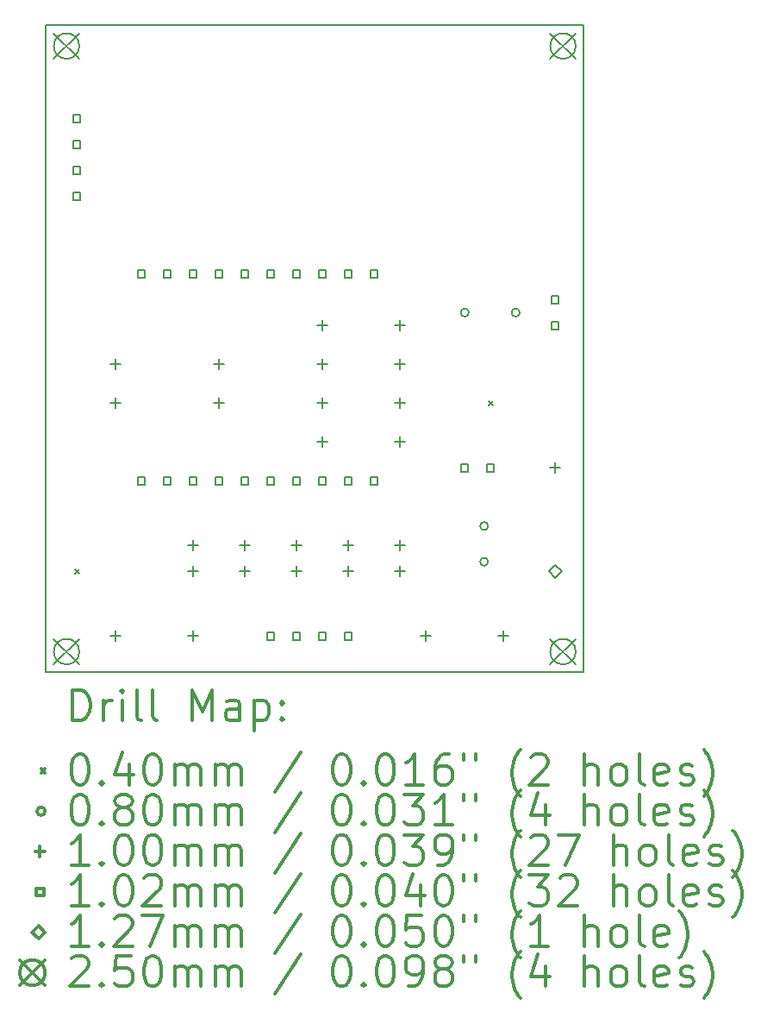
<source format=gbr>
%FSLAX45Y45*%
G04 Gerber Fmt 4.5, Leading zero omitted, Abs format (unit mm)*
G04 Created by KiCad (PCBNEW 4.0.5+dfsg1-4) date Wed Jul 15 16:21:23 2020*
%MOMM*%
%LPD*%
G01*
G04 APERTURE LIST*
%ADD10C,0.127000*%
%ADD11C,0.150000*%
%ADD12C,0.200000*%
%ADD13C,0.300000*%
G04 APERTURE END LIST*
D10*
D11*
X12395200Y-6705600D02*
X12395200Y-13055600D01*
X17678400Y-6705600D02*
X12395200Y-6705600D01*
X17678400Y-13055600D02*
X17678400Y-6705600D01*
X12395200Y-13055600D02*
X17678400Y-13055600D01*
D12*
X12680000Y-12045000D02*
X12720000Y-12085000D01*
X12720000Y-12045000D02*
X12680000Y-12085000D01*
X16744000Y-10394000D02*
X16784000Y-10434000D01*
X16784000Y-10394000D02*
X16744000Y-10434000D01*
X16550000Y-9525000D02*
G75*
G03X16550000Y-9525000I-40000J0D01*
G01*
X16740500Y-11620500D02*
G75*
G03X16740500Y-11620500I-40000J0D01*
G01*
X16740500Y-11970500D02*
G75*
G03X16740500Y-11970500I-40000J0D01*
G01*
X17050000Y-9525000D02*
G75*
G03X17050000Y-9525000I-40000J0D01*
G01*
X13081000Y-9982962D02*
X13081000Y-10083038D01*
X13030962Y-10033000D02*
X13131038Y-10033000D01*
X13081000Y-10363962D02*
X13081000Y-10464038D01*
X13030962Y-10414000D02*
X13131038Y-10414000D01*
X13081000Y-12649962D02*
X13081000Y-12750038D01*
X13030962Y-12700000D02*
X13131038Y-12700000D01*
X13843000Y-11760962D02*
X13843000Y-11861038D01*
X13792962Y-11811000D02*
X13893038Y-11811000D01*
X13843000Y-12014962D02*
X13843000Y-12115038D01*
X13792962Y-12065000D02*
X13893038Y-12065000D01*
X13843000Y-12649962D02*
X13843000Y-12750038D01*
X13792962Y-12700000D02*
X13893038Y-12700000D01*
X14097000Y-9982962D02*
X14097000Y-10083038D01*
X14046962Y-10033000D02*
X14147038Y-10033000D01*
X14097000Y-10363962D02*
X14097000Y-10464038D01*
X14046962Y-10414000D02*
X14147038Y-10414000D01*
X14351000Y-11760962D02*
X14351000Y-11861038D01*
X14300962Y-11811000D02*
X14401038Y-11811000D01*
X14351000Y-12014962D02*
X14351000Y-12115038D01*
X14300962Y-12065000D02*
X14401038Y-12065000D01*
X14859000Y-11760962D02*
X14859000Y-11861038D01*
X14808962Y-11811000D02*
X14909038Y-11811000D01*
X14859000Y-12014962D02*
X14859000Y-12115038D01*
X14808962Y-12065000D02*
X14909038Y-12065000D01*
X15113000Y-9601962D02*
X15113000Y-9702038D01*
X15062962Y-9652000D02*
X15163038Y-9652000D01*
X15113000Y-9982962D02*
X15113000Y-10083038D01*
X15062962Y-10033000D02*
X15163038Y-10033000D01*
X15113000Y-10363962D02*
X15113000Y-10464038D01*
X15062962Y-10414000D02*
X15163038Y-10414000D01*
X15113000Y-10744962D02*
X15113000Y-10845038D01*
X15062962Y-10795000D02*
X15163038Y-10795000D01*
X15367000Y-11760962D02*
X15367000Y-11861038D01*
X15316962Y-11811000D02*
X15417038Y-11811000D01*
X15367000Y-12014962D02*
X15367000Y-12115038D01*
X15316962Y-12065000D02*
X15417038Y-12065000D01*
X15875000Y-9601962D02*
X15875000Y-9702038D01*
X15824962Y-9652000D02*
X15925038Y-9652000D01*
X15875000Y-9982962D02*
X15875000Y-10083038D01*
X15824962Y-10033000D02*
X15925038Y-10033000D01*
X15875000Y-10363962D02*
X15875000Y-10464038D01*
X15824962Y-10414000D02*
X15925038Y-10414000D01*
X15875000Y-10744962D02*
X15875000Y-10845038D01*
X15824962Y-10795000D02*
X15925038Y-10795000D01*
X15875000Y-11760962D02*
X15875000Y-11861038D01*
X15824962Y-11811000D02*
X15925038Y-11811000D01*
X15875000Y-12014962D02*
X15875000Y-12115038D01*
X15824962Y-12065000D02*
X15925038Y-12065000D01*
X16129000Y-12649962D02*
X16129000Y-12750038D01*
X16078962Y-12700000D02*
X16179038Y-12700000D01*
X16891000Y-12649962D02*
X16891000Y-12750038D01*
X16840962Y-12700000D02*
X16941038Y-12700000D01*
X17399254Y-10998962D02*
X17399254Y-11099038D01*
X17349216Y-11049000D02*
X17449292Y-11049000D01*
X12735921Y-7655921D02*
X12735921Y-7584079D01*
X12664079Y-7584079D01*
X12664079Y-7655921D01*
X12735921Y-7655921D01*
X12735921Y-7909921D02*
X12735921Y-7838079D01*
X12664079Y-7838079D01*
X12664079Y-7909921D01*
X12735921Y-7909921D01*
X12735921Y-8163921D02*
X12735921Y-8092079D01*
X12664079Y-8092079D01*
X12664079Y-8163921D01*
X12735921Y-8163921D01*
X12735921Y-8417921D02*
X12735921Y-8346079D01*
X12664079Y-8346079D01*
X12664079Y-8417921D01*
X12735921Y-8417921D01*
X13370921Y-9179921D02*
X13370921Y-9108079D01*
X13299079Y-9108079D01*
X13299079Y-9179921D01*
X13370921Y-9179921D01*
X13370921Y-11211921D02*
X13370921Y-11140079D01*
X13299079Y-11140079D01*
X13299079Y-11211921D01*
X13370921Y-11211921D01*
X13624921Y-9179921D02*
X13624921Y-9108079D01*
X13553079Y-9108079D01*
X13553079Y-9179921D01*
X13624921Y-9179921D01*
X13624921Y-11211921D02*
X13624921Y-11140079D01*
X13553079Y-11140079D01*
X13553079Y-11211921D01*
X13624921Y-11211921D01*
X13878921Y-9179921D02*
X13878921Y-9108079D01*
X13807079Y-9108079D01*
X13807079Y-9179921D01*
X13878921Y-9179921D01*
X13878921Y-11211921D02*
X13878921Y-11140079D01*
X13807079Y-11140079D01*
X13807079Y-11211921D01*
X13878921Y-11211921D01*
X14132921Y-9179921D02*
X14132921Y-9108079D01*
X14061079Y-9108079D01*
X14061079Y-9179921D01*
X14132921Y-9179921D01*
X14132921Y-11211921D02*
X14132921Y-11140079D01*
X14061079Y-11140079D01*
X14061079Y-11211921D01*
X14132921Y-11211921D01*
X14386921Y-9179921D02*
X14386921Y-9108079D01*
X14315079Y-9108079D01*
X14315079Y-9179921D01*
X14386921Y-9179921D01*
X14386921Y-11211921D02*
X14386921Y-11140079D01*
X14315079Y-11140079D01*
X14315079Y-11211921D01*
X14386921Y-11211921D01*
X14640921Y-9179921D02*
X14640921Y-9108079D01*
X14569079Y-9108079D01*
X14569079Y-9179921D01*
X14640921Y-9179921D01*
X14640921Y-11211921D02*
X14640921Y-11140079D01*
X14569079Y-11140079D01*
X14569079Y-11211921D01*
X14640921Y-11211921D01*
X14640921Y-12735921D02*
X14640921Y-12664079D01*
X14569079Y-12664079D01*
X14569079Y-12735921D01*
X14640921Y-12735921D01*
X14894921Y-9179921D02*
X14894921Y-9108079D01*
X14823079Y-9108079D01*
X14823079Y-9179921D01*
X14894921Y-9179921D01*
X14894921Y-11211921D02*
X14894921Y-11140079D01*
X14823079Y-11140079D01*
X14823079Y-11211921D01*
X14894921Y-11211921D01*
X14894921Y-12735921D02*
X14894921Y-12664079D01*
X14823079Y-12664079D01*
X14823079Y-12735921D01*
X14894921Y-12735921D01*
X15148921Y-9179921D02*
X15148921Y-9108079D01*
X15077079Y-9108079D01*
X15077079Y-9179921D01*
X15148921Y-9179921D01*
X15148921Y-11211921D02*
X15148921Y-11140079D01*
X15077079Y-11140079D01*
X15077079Y-11211921D01*
X15148921Y-11211921D01*
X15148921Y-12735921D02*
X15148921Y-12664079D01*
X15077079Y-12664079D01*
X15077079Y-12735921D01*
X15148921Y-12735921D01*
X15402921Y-9179921D02*
X15402921Y-9108079D01*
X15331079Y-9108079D01*
X15331079Y-9179921D01*
X15402921Y-9179921D01*
X15402921Y-11211921D02*
X15402921Y-11140079D01*
X15331079Y-11140079D01*
X15331079Y-11211921D01*
X15402921Y-11211921D01*
X15402921Y-12735921D02*
X15402921Y-12664079D01*
X15331079Y-12664079D01*
X15331079Y-12735921D01*
X15402921Y-12735921D01*
X15656921Y-9179921D02*
X15656921Y-9108079D01*
X15585079Y-9108079D01*
X15585079Y-9179921D01*
X15656921Y-9179921D01*
X15656921Y-11211921D02*
X15656921Y-11140079D01*
X15585079Y-11140079D01*
X15585079Y-11211921D01*
X15656921Y-11211921D01*
X16545921Y-11084921D02*
X16545921Y-11013079D01*
X16474079Y-11013079D01*
X16474079Y-11084921D01*
X16545921Y-11084921D01*
X16799921Y-11084921D02*
X16799921Y-11013079D01*
X16728079Y-11013079D01*
X16728079Y-11084921D01*
X16799921Y-11084921D01*
X17434921Y-9433921D02*
X17434921Y-9362079D01*
X17363079Y-9362079D01*
X17363079Y-9433921D01*
X17434921Y-9433921D01*
X17434921Y-9687921D02*
X17434921Y-9616079D01*
X17363079Y-9616079D01*
X17363079Y-9687921D01*
X17434921Y-9687921D01*
X17399254Y-12128500D02*
X17462754Y-12065000D01*
X17399254Y-12001500D01*
X17335754Y-12065000D01*
X17399254Y-12128500D01*
X12473400Y-6783800D02*
X12723400Y-7033800D01*
X12723400Y-6783800D02*
X12473400Y-7033800D01*
X12723400Y-6908800D02*
G75*
G03X12723400Y-6908800I-125000J0D01*
G01*
X12473400Y-12727400D02*
X12723400Y-12977400D01*
X12723400Y-12727400D02*
X12473400Y-12977400D01*
X12723400Y-12852400D02*
G75*
G03X12723400Y-12852400I-125000J0D01*
G01*
X17350200Y-6783800D02*
X17600200Y-7033800D01*
X17600200Y-6783800D02*
X17350200Y-7033800D01*
X17600200Y-6908800D02*
G75*
G03X17600200Y-6908800I-125000J0D01*
G01*
X17350200Y-12727400D02*
X17600200Y-12977400D01*
X17600200Y-12727400D02*
X17350200Y-12977400D01*
X17600200Y-12852400D02*
G75*
G03X17600200Y-12852400I-125000J0D01*
G01*
D13*
X12659128Y-13528814D02*
X12659128Y-13228814D01*
X12730557Y-13228814D01*
X12773414Y-13243100D01*
X12801986Y-13271671D01*
X12816271Y-13300243D01*
X12830557Y-13357386D01*
X12830557Y-13400243D01*
X12816271Y-13457386D01*
X12801986Y-13485957D01*
X12773414Y-13514529D01*
X12730557Y-13528814D01*
X12659128Y-13528814D01*
X12959128Y-13528814D02*
X12959128Y-13328814D01*
X12959128Y-13385957D02*
X12973414Y-13357386D01*
X12987700Y-13343100D01*
X13016271Y-13328814D01*
X13044843Y-13328814D01*
X13144843Y-13528814D02*
X13144843Y-13328814D01*
X13144843Y-13228814D02*
X13130557Y-13243100D01*
X13144843Y-13257386D01*
X13159128Y-13243100D01*
X13144843Y-13228814D01*
X13144843Y-13257386D01*
X13330557Y-13528814D02*
X13301986Y-13514529D01*
X13287700Y-13485957D01*
X13287700Y-13228814D01*
X13487700Y-13528814D02*
X13459128Y-13514529D01*
X13444843Y-13485957D01*
X13444843Y-13228814D01*
X13830557Y-13528814D02*
X13830557Y-13228814D01*
X13930557Y-13443100D01*
X14030557Y-13228814D01*
X14030557Y-13528814D01*
X14301986Y-13528814D02*
X14301986Y-13371671D01*
X14287700Y-13343100D01*
X14259128Y-13328814D01*
X14201986Y-13328814D01*
X14173414Y-13343100D01*
X14301986Y-13514529D02*
X14273414Y-13528814D01*
X14201986Y-13528814D01*
X14173414Y-13514529D01*
X14159128Y-13485957D01*
X14159128Y-13457386D01*
X14173414Y-13428814D01*
X14201986Y-13414529D01*
X14273414Y-13414529D01*
X14301986Y-13400243D01*
X14444843Y-13328814D02*
X14444843Y-13628814D01*
X14444843Y-13343100D02*
X14473414Y-13328814D01*
X14530557Y-13328814D01*
X14559128Y-13343100D01*
X14573414Y-13357386D01*
X14587700Y-13385957D01*
X14587700Y-13471671D01*
X14573414Y-13500243D01*
X14559128Y-13514529D01*
X14530557Y-13528814D01*
X14473414Y-13528814D01*
X14444843Y-13514529D01*
X14716271Y-13500243D02*
X14730557Y-13514529D01*
X14716271Y-13528814D01*
X14701986Y-13514529D01*
X14716271Y-13500243D01*
X14716271Y-13528814D01*
X14716271Y-13343100D02*
X14730557Y-13357386D01*
X14716271Y-13371671D01*
X14701986Y-13357386D01*
X14716271Y-13343100D01*
X14716271Y-13371671D01*
X12347700Y-14003100D02*
X12387700Y-14043100D01*
X12387700Y-14003100D02*
X12347700Y-14043100D01*
X12716271Y-13858814D02*
X12744843Y-13858814D01*
X12773414Y-13873100D01*
X12787700Y-13887386D01*
X12801986Y-13915957D01*
X12816271Y-13973100D01*
X12816271Y-14044529D01*
X12801986Y-14101671D01*
X12787700Y-14130243D01*
X12773414Y-14144529D01*
X12744843Y-14158814D01*
X12716271Y-14158814D01*
X12687700Y-14144529D01*
X12673414Y-14130243D01*
X12659128Y-14101671D01*
X12644843Y-14044529D01*
X12644843Y-13973100D01*
X12659128Y-13915957D01*
X12673414Y-13887386D01*
X12687700Y-13873100D01*
X12716271Y-13858814D01*
X12944843Y-14130243D02*
X12959128Y-14144529D01*
X12944843Y-14158814D01*
X12930557Y-14144529D01*
X12944843Y-14130243D01*
X12944843Y-14158814D01*
X13216271Y-13958814D02*
X13216271Y-14158814D01*
X13144843Y-13844529D02*
X13073414Y-14058814D01*
X13259128Y-14058814D01*
X13430557Y-13858814D02*
X13459128Y-13858814D01*
X13487700Y-13873100D01*
X13501986Y-13887386D01*
X13516271Y-13915957D01*
X13530557Y-13973100D01*
X13530557Y-14044529D01*
X13516271Y-14101671D01*
X13501986Y-14130243D01*
X13487700Y-14144529D01*
X13459128Y-14158814D01*
X13430557Y-14158814D01*
X13401986Y-14144529D01*
X13387700Y-14130243D01*
X13373414Y-14101671D01*
X13359128Y-14044529D01*
X13359128Y-13973100D01*
X13373414Y-13915957D01*
X13387700Y-13887386D01*
X13401986Y-13873100D01*
X13430557Y-13858814D01*
X13659128Y-14158814D02*
X13659128Y-13958814D01*
X13659128Y-13987386D02*
X13673414Y-13973100D01*
X13701986Y-13958814D01*
X13744843Y-13958814D01*
X13773414Y-13973100D01*
X13787700Y-14001671D01*
X13787700Y-14158814D01*
X13787700Y-14001671D02*
X13801986Y-13973100D01*
X13830557Y-13958814D01*
X13873414Y-13958814D01*
X13901986Y-13973100D01*
X13916271Y-14001671D01*
X13916271Y-14158814D01*
X14059128Y-14158814D02*
X14059128Y-13958814D01*
X14059128Y-13987386D02*
X14073414Y-13973100D01*
X14101986Y-13958814D01*
X14144843Y-13958814D01*
X14173414Y-13973100D01*
X14187700Y-14001671D01*
X14187700Y-14158814D01*
X14187700Y-14001671D02*
X14201986Y-13973100D01*
X14230557Y-13958814D01*
X14273414Y-13958814D01*
X14301986Y-13973100D01*
X14316271Y-14001671D01*
X14316271Y-14158814D01*
X14901986Y-13844529D02*
X14644843Y-14230243D01*
X15287700Y-13858814D02*
X15316271Y-13858814D01*
X15344843Y-13873100D01*
X15359128Y-13887386D01*
X15373414Y-13915957D01*
X15387700Y-13973100D01*
X15387700Y-14044529D01*
X15373414Y-14101671D01*
X15359128Y-14130243D01*
X15344843Y-14144529D01*
X15316271Y-14158814D01*
X15287700Y-14158814D01*
X15259128Y-14144529D01*
X15244843Y-14130243D01*
X15230557Y-14101671D01*
X15216271Y-14044529D01*
X15216271Y-13973100D01*
X15230557Y-13915957D01*
X15244843Y-13887386D01*
X15259128Y-13873100D01*
X15287700Y-13858814D01*
X15516271Y-14130243D02*
X15530557Y-14144529D01*
X15516271Y-14158814D01*
X15501986Y-14144529D01*
X15516271Y-14130243D01*
X15516271Y-14158814D01*
X15716271Y-13858814D02*
X15744843Y-13858814D01*
X15773414Y-13873100D01*
X15787700Y-13887386D01*
X15801985Y-13915957D01*
X15816271Y-13973100D01*
X15816271Y-14044529D01*
X15801985Y-14101671D01*
X15787700Y-14130243D01*
X15773414Y-14144529D01*
X15744843Y-14158814D01*
X15716271Y-14158814D01*
X15687700Y-14144529D01*
X15673414Y-14130243D01*
X15659128Y-14101671D01*
X15644843Y-14044529D01*
X15644843Y-13973100D01*
X15659128Y-13915957D01*
X15673414Y-13887386D01*
X15687700Y-13873100D01*
X15716271Y-13858814D01*
X16101985Y-14158814D02*
X15930557Y-14158814D01*
X16016271Y-14158814D02*
X16016271Y-13858814D01*
X15987700Y-13901671D01*
X15959128Y-13930243D01*
X15930557Y-13944529D01*
X16359128Y-13858814D02*
X16301985Y-13858814D01*
X16273414Y-13873100D01*
X16259128Y-13887386D01*
X16230557Y-13930243D01*
X16216271Y-13987386D01*
X16216271Y-14101671D01*
X16230557Y-14130243D01*
X16244843Y-14144529D01*
X16273414Y-14158814D01*
X16330557Y-14158814D01*
X16359128Y-14144529D01*
X16373414Y-14130243D01*
X16387700Y-14101671D01*
X16387700Y-14030243D01*
X16373414Y-14001671D01*
X16359128Y-13987386D01*
X16330557Y-13973100D01*
X16273414Y-13973100D01*
X16244843Y-13987386D01*
X16230557Y-14001671D01*
X16216271Y-14030243D01*
X16501986Y-13858814D02*
X16501986Y-13915957D01*
X16616271Y-13858814D02*
X16616271Y-13915957D01*
X17059128Y-14273100D02*
X17044843Y-14258814D01*
X17016271Y-14215957D01*
X17001986Y-14187386D01*
X16987700Y-14144529D01*
X16973414Y-14073100D01*
X16973414Y-14015957D01*
X16987700Y-13944529D01*
X17001986Y-13901671D01*
X17016271Y-13873100D01*
X17044843Y-13830243D01*
X17059128Y-13815957D01*
X17159128Y-13887386D02*
X17173414Y-13873100D01*
X17201986Y-13858814D01*
X17273414Y-13858814D01*
X17301986Y-13873100D01*
X17316271Y-13887386D01*
X17330557Y-13915957D01*
X17330557Y-13944529D01*
X17316271Y-13987386D01*
X17144843Y-14158814D01*
X17330557Y-14158814D01*
X17687700Y-14158814D02*
X17687700Y-13858814D01*
X17816271Y-14158814D02*
X17816271Y-14001671D01*
X17801986Y-13973100D01*
X17773414Y-13958814D01*
X17730557Y-13958814D01*
X17701986Y-13973100D01*
X17687700Y-13987386D01*
X18001986Y-14158814D02*
X17973414Y-14144529D01*
X17959128Y-14130243D01*
X17944843Y-14101671D01*
X17944843Y-14015957D01*
X17959128Y-13987386D01*
X17973414Y-13973100D01*
X18001986Y-13958814D01*
X18044843Y-13958814D01*
X18073414Y-13973100D01*
X18087700Y-13987386D01*
X18101986Y-14015957D01*
X18101986Y-14101671D01*
X18087700Y-14130243D01*
X18073414Y-14144529D01*
X18044843Y-14158814D01*
X18001986Y-14158814D01*
X18273414Y-14158814D02*
X18244843Y-14144529D01*
X18230557Y-14115957D01*
X18230557Y-13858814D01*
X18501986Y-14144529D02*
X18473414Y-14158814D01*
X18416271Y-14158814D01*
X18387700Y-14144529D01*
X18373414Y-14115957D01*
X18373414Y-14001671D01*
X18387700Y-13973100D01*
X18416271Y-13958814D01*
X18473414Y-13958814D01*
X18501986Y-13973100D01*
X18516271Y-14001671D01*
X18516271Y-14030243D01*
X18373414Y-14058814D01*
X18630557Y-14144529D02*
X18659129Y-14158814D01*
X18716271Y-14158814D01*
X18744843Y-14144529D01*
X18759129Y-14115957D01*
X18759129Y-14101671D01*
X18744843Y-14073100D01*
X18716271Y-14058814D01*
X18673414Y-14058814D01*
X18644843Y-14044529D01*
X18630557Y-14015957D01*
X18630557Y-14001671D01*
X18644843Y-13973100D01*
X18673414Y-13958814D01*
X18716271Y-13958814D01*
X18744843Y-13973100D01*
X18859128Y-14273100D02*
X18873414Y-14258814D01*
X18901986Y-14215957D01*
X18916271Y-14187386D01*
X18930557Y-14144529D01*
X18944843Y-14073100D01*
X18944843Y-14015957D01*
X18930557Y-13944529D01*
X18916271Y-13901671D01*
X18901986Y-13873100D01*
X18873414Y-13830243D01*
X18859128Y-13815957D01*
X12387700Y-14419100D02*
G75*
G03X12387700Y-14419100I-40000J0D01*
G01*
X12716271Y-14254814D02*
X12744843Y-14254814D01*
X12773414Y-14269100D01*
X12787700Y-14283386D01*
X12801986Y-14311957D01*
X12816271Y-14369100D01*
X12816271Y-14440529D01*
X12801986Y-14497671D01*
X12787700Y-14526243D01*
X12773414Y-14540529D01*
X12744843Y-14554814D01*
X12716271Y-14554814D01*
X12687700Y-14540529D01*
X12673414Y-14526243D01*
X12659128Y-14497671D01*
X12644843Y-14440529D01*
X12644843Y-14369100D01*
X12659128Y-14311957D01*
X12673414Y-14283386D01*
X12687700Y-14269100D01*
X12716271Y-14254814D01*
X12944843Y-14526243D02*
X12959128Y-14540529D01*
X12944843Y-14554814D01*
X12930557Y-14540529D01*
X12944843Y-14526243D01*
X12944843Y-14554814D01*
X13130557Y-14383386D02*
X13101986Y-14369100D01*
X13087700Y-14354814D01*
X13073414Y-14326243D01*
X13073414Y-14311957D01*
X13087700Y-14283386D01*
X13101986Y-14269100D01*
X13130557Y-14254814D01*
X13187700Y-14254814D01*
X13216271Y-14269100D01*
X13230557Y-14283386D01*
X13244843Y-14311957D01*
X13244843Y-14326243D01*
X13230557Y-14354814D01*
X13216271Y-14369100D01*
X13187700Y-14383386D01*
X13130557Y-14383386D01*
X13101986Y-14397671D01*
X13087700Y-14411957D01*
X13073414Y-14440529D01*
X13073414Y-14497671D01*
X13087700Y-14526243D01*
X13101986Y-14540529D01*
X13130557Y-14554814D01*
X13187700Y-14554814D01*
X13216271Y-14540529D01*
X13230557Y-14526243D01*
X13244843Y-14497671D01*
X13244843Y-14440529D01*
X13230557Y-14411957D01*
X13216271Y-14397671D01*
X13187700Y-14383386D01*
X13430557Y-14254814D02*
X13459128Y-14254814D01*
X13487700Y-14269100D01*
X13501986Y-14283386D01*
X13516271Y-14311957D01*
X13530557Y-14369100D01*
X13530557Y-14440529D01*
X13516271Y-14497671D01*
X13501986Y-14526243D01*
X13487700Y-14540529D01*
X13459128Y-14554814D01*
X13430557Y-14554814D01*
X13401986Y-14540529D01*
X13387700Y-14526243D01*
X13373414Y-14497671D01*
X13359128Y-14440529D01*
X13359128Y-14369100D01*
X13373414Y-14311957D01*
X13387700Y-14283386D01*
X13401986Y-14269100D01*
X13430557Y-14254814D01*
X13659128Y-14554814D02*
X13659128Y-14354814D01*
X13659128Y-14383386D02*
X13673414Y-14369100D01*
X13701986Y-14354814D01*
X13744843Y-14354814D01*
X13773414Y-14369100D01*
X13787700Y-14397671D01*
X13787700Y-14554814D01*
X13787700Y-14397671D02*
X13801986Y-14369100D01*
X13830557Y-14354814D01*
X13873414Y-14354814D01*
X13901986Y-14369100D01*
X13916271Y-14397671D01*
X13916271Y-14554814D01*
X14059128Y-14554814D02*
X14059128Y-14354814D01*
X14059128Y-14383386D02*
X14073414Y-14369100D01*
X14101986Y-14354814D01*
X14144843Y-14354814D01*
X14173414Y-14369100D01*
X14187700Y-14397671D01*
X14187700Y-14554814D01*
X14187700Y-14397671D02*
X14201986Y-14369100D01*
X14230557Y-14354814D01*
X14273414Y-14354814D01*
X14301986Y-14369100D01*
X14316271Y-14397671D01*
X14316271Y-14554814D01*
X14901986Y-14240529D02*
X14644843Y-14626243D01*
X15287700Y-14254814D02*
X15316271Y-14254814D01*
X15344843Y-14269100D01*
X15359128Y-14283386D01*
X15373414Y-14311957D01*
X15387700Y-14369100D01*
X15387700Y-14440529D01*
X15373414Y-14497671D01*
X15359128Y-14526243D01*
X15344843Y-14540529D01*
X15316271Y-14554814D01*
X15287700Y-14554814D01*
X15259128Y-14540529D01*
X15244843Y-14526243D01*
X15230557Y-14497671D01*
X15216271Y-14440529D01*
X15216271Y-14369100D01*
X15230557Y-14311957D01*
X15244843Y-14283386D01*
X15259128Y-14269100D01*
X15287700Y-14254814D01*
X15516271Y-14526243D02*
X15530557Y-14540529D01*
X15516271Y-14554814D01*
X15501986Y-14540529D01*
X15516271Y-14526243D01*
X15516271Y-14554814D01*
X15716271Y-14254814D02*
X15744843Y-14254814D01*
X15773414Y-14269100D01*
X15787700Y-14283386D01*
X15801985Y-14311957D01*
X15816271Y-14369100D01*
X15816271Y-14440529D01*
X15801985Y-14497671D01*
X15787700Y-14526243D01*
X15773414Y-14540529D01*
X15744843Y-14554814D01*
X15716271Y-14554814D01*
X15687700Y-14540529D01*
X15673414Y-14526243D01*
X15659128Y-14497671D01*
X15644843Y-14440529D01*
X15644843Y-14369100D01*
X15659128Y-14311957D01*
X15673414Y-14283386D01*
X15687700Y-14269100D01*
X15716271Y-14254814D01*
X15916271Y-14254814D02*
X16101985Y-14254814D01*
X16001985Y-14369100D01*
X16044843Y-14369100D01*
X16073414Y-14383386D01*
X16087700Y-14397671D01*
X16101985Y-14426243D01*
X16101985Y-14497671D01*
X16087700Y-14526243D01*
X16073414Y-14540529D01*
X16044843Y-14554814D01*
X15959128Y-14554814D01*
X15930557Y-14540529D01*
X15916271Y-14526243D01*
X16387700Y-14554814D02*
X16216271Y-14554814D01*
X16301985Y-14554814D02*
X16301985Y-14254814D01*
X16273414Y-14297671D01*
X16244843Y-14326243D01*
X16216271Y-14340529D01*
X16501986Y-14254814D02*
X16501986Y-14311957D01*
X16616271Y-14254814D02*
X16616271Y-14311957D01*
X17059128Y-14669100D02*
X17044843Y-14654814D01*
X17016271Y-14611957D01*
X17001986Y-14583386D01*
X16987700Y-14540529D01*
X16973414Y-14469100D01*
X16973414Y-14411957D01*
X16987700Y-14340529D01*
X17001986Y-14297671D01*
X17016271Y-14269100D01*
X17044843Y-14226243D01*
X17059128Y-14211957D01*
X17301986Y-14354814D02*
X17301986Y-14554814D01*
X17230557Y-14240529D02*
X17159128Y-14454814D01*
X17344843Y-14454814D01*
X17687700Y-14554814D02*
X17687700Y-14254814D01*
X17816271Y-14554814D02*
X17816271Y-14397671D01*
X17801986Y-14369100D01*
X17773414Y-14354814D01*
X17730557Y-14354814D01*
X17701986Y-14369100D01*
X17687700Y-14383386D01*
X18001986Y-14554814D02*
X17973414Y-14540529D01*
X17959128Y-14526243D01*
X17944843Y-14497671D01*
X17944843Y-14411957D01*
X17959128Y-14383386D01*
X17973414Y-14369100D01*
X18001986Y-14354814D01*
X18044843Y-14354814D01*
X18073414Y-14369100D01*
X18087700Y-14383386D01*
X18101986Y-14411957D01*
X18101986Y-14497671D01*
X18087700Y-14526243D01*
X18073414Y-14540529D01*
X18044843Y-14554814D01*
X18001986Y-14554814D01*
X18273414Y-14554814D02*
X18244843Y-14540529D01*
X18230557Y-14511957D01*
X18230557Y-14254814D01*
X18501986Y-14540529D02*
X18473414Y-14554814D01*
X18416271Y-14554814D01*
X18387700Y-14540529D01*
X18373414Y-14511957D01*
X18373414Y-14397671D01*
X18387700Y-14369100D01*
X18416271Y-14354814D01*
X18473414Y-14354814D01*
X18501986Y-14369100D01*
X18516271Y-14397671D01*
X18516271Y-14426243D01*
X18373414Y-14454814D01*
X18630557Y-14540529D02*
X18659129Y-14554814D01*
X18716271Y-14554814D01*
X18744843Y-14540529D01*
X18759129Y-14511957D01*
X18759129Y-14497671D01*
X18744843Y-14469100D01*
X18716271Y-14454814D01*
X18673414Y-14454814D01*
X18644843Y-14440529D01*
X18630557Y-14411957D01*
X18630557Y-14397671D01*
X18644843Y-14369100D01*
X18673414Y-14354814D01*
X18716271Y-14354814D01*
X18744843Y-14369100D01*
X18859128Y-14669100D02*
X18873414Y-14654814D01*
X18901986Y-14611957D01*
X18916271Y-14583386D01*
X18930557Y-14540529D01*
X18944843Y-14469100D01*
X18944843Y-14411957D01*
X18930557Y-14340529D01*
X18916271Y-14297671D01*
X18901986Y-14269100D01*
X18873414Y-14226243D01*
X18859128Y-14211957D01*
X12337662Y-14765062D02*
X12337662Y-14865138D01*
X12287624Y-14815100D02*
X12387700Y-14815100D01*
X12816271Y-14950814D02*
X12644843Y-14950814D01*
X12730557Y-14950814D02*
X12730557Y-14650814D01*
X12701986Y-14693671D01*
X12673414Y-14722243D01*
X12644843Y-14736529D01*
X12944843Y-14922243D02*
X12959128Y-14936529D01*
X12944843Y-14950814D01*
X12930557Y-14936529D01*
X12944843Y-14922243D01*
X12944843Y-14950814D01*
X13144843Y-14650814D02*
X13173414Y-14650814D01*
X13201986Y-14665100D01*
X13216271Y-14679386D01*
X13230557Y-14707957D01*
X13244843Y-14765100D01*
X13244843Y-14836529D01*
X13230557Y-14893671D01*
X13216271Y-14922243D01*
X13201986Y-14936529D01*
X13173414Y-14950814D01*
X13144843Y-14950814D01*
X13116271Y-14936529D01*
X13101986Y-14922243D01*
X13087700Y-14893671D01*
X13073414Y-14836529D01*
X13073414Y-14765100D01*
X13087700Y-14707957D01*
X13101986Y-14679386D01*
X13116271Y-14665100D01*
X13144843Y-14650814D01*
X13430557Y-14650814D02*
X13459128Y-14650814D01*
X13487700Y-14665100D01*
X13501986Y-14679386D01*
X13516271Y-14707957D01*
X13530557Y-14765100D01*
X13530557Y-14836529D01*
X13516271Y-14893671D01*
X13501986Y-14922243D01*
X13487700Y-14936529D01*
X13459128Y-14950814D01*
X13430557Y-14950814D01*
X13401986Y-14936529D01*
X13387700Y-14922243D01*
X13373414Y-14893671D01*
X13359128Y-14836529D01*
X13359128Y-14765100D01*
X13373414Y-14707957D01*
X13387700Y-14679386D01*
X13401986Y-14665100D01*
X13430557Y-14650814D01*
X13659128Y-14950814D02*
X13659128Y-14750814D01*
X13659128Y-14779386D02*
X13673414Y-14765100D01*
X13701986Y-14750814D01*
X13744843Y-14750814D01*
X13773414Y-14765100D01*
X13787700Y-14793671D01*
X13787700Y-14950814D01*
X13787700Y-14793671D02*
X13801986Y-14765100D01*
X13830557Y-14750814D01*
X13873414Y-14750814D01*
X13901986Y-14765100D01*
X13916271Y-14793671D01*
X13916271Y-14950814D01*
X14059128Y-14950814D02*
X14059128Y-14750814D01*
X14059128Y-14779386D02*
X14073414Y-14765100D01*
X14101986Y-14750814D01*
X14144843Y-14750814D01*
X14173414Y-14765100D01*
X14187700Y-14793671D01*
X14187700Y-14950814D01*
X14187700Y-14793671D02*
X14201986Y-14765100D01*
X14230557Y-14750814D01*
X14273414Y-14750814D01*
X14301986Y-14765100D01*
X14316271Y-14793671D01*
X14316271Y-14950814D01*
X14901986Y-14636529D02*
X14644843Y-15022243D01*
X15287700Y-14650814D02*
X15316271Y-14650814D01*
X15344843Y-14665100D01*
X15359128Y-14679386D01*
X15373414Y-14707957D01*
X15387700Y-14765100D01*
X15387700Y-14836529D01*
X15373414Y-14893671D01*
X15359128Y-14922243D01*
X15344843Y-14936529D01*
X15316271Y-14950814D01*
X15287700Y-14950814D01*
X15259128Y-14936529D01*
X15244843Y-14922243D01*
X15230557Y-14893671D01*
X15216271Y-14836529D01*
X15216271Y-14765100D01*
X15230557Y-14707957D01*
X15244843Y-14679386D01*
X15259128Y-14665100D01*
X15287700Y-14650814D01*
X15516271Y-14922243D02*
X15530557Y-14936529D01*
X15516271Y-14950814D01*
X15501986Y-14936529D01*
X15516271Y-14922243D01*
X15516271Y-14950814D01*
X15716271Y-14650814D02*
X15744843Y-14650814D01*
X15773414Y-14665100D01*
X15787700Y-14679386D01*
X15801985Y-14707957D01*
X15816271Y-14765100D01*
X15816271Y-14836529D01*
X15801985Y-14893671D01*
X15787700Y-14922243D01*
X15773414Y-14936529D01*
X15744843Y-14950814D01*
X15716271Y-14950814D01*
X15687700Y-14936529D01*
X15673414Y-14922243D01*
X15659128Y-14893671D01*
X15644843Y-14836529D01*
X15644843Y-14765100D01*
X15659128Y-14707957D01*
X15673414Y-14679386D01*
X15687700Y-14665100D01*
X15716271Y-14650814D01*
X15916271Y-14650814D02*
X16101985Y-14650814D01*
X16001985Y-14765100D01*
X16044843Y-14765100D01*
X16073414Y-14779386D01*
X16087700Y-14793671D01*
X16101985Y-14822243D01*
X16101985Y-14893671D01*
X16087700Y-14922243D01*
X16073414Y-14936529D01*
X16044843Y-14950814D01*
X15959128Y-14950814D01*
X15930557Y-14936529D01*
X15916271Y-14922243D01*
X16244843Y-14950814D02*
X16301985Y-14950814D01*
X16330557Y-14936529D01*
X16344843Y-14922243D01*
X16373414Y-14879386D01*
X16387700Y-14822243D01*
X16387700Y-14707957D01*
X16373414Y-14679386D01*
X16359128Y-14665100D01*
X16330557Y-14650814D01*
X16273414Y-14650814D01*
X16244843Y-14665100D01*
X16230557Y-14679386D01*
X16216271Y-14707957D01*
X16216271Y-14779386D01*
X16230557Y-14807957D01*
X16244843Y-14822243D01*
X16273414Y-14836529D01*
X16330557Y-14836529D01*
X16359128Y-14822243D01*
X16373414Y-14807957D01*
X16387700Y-14779386D01*
X16501986Y-14650814D02*
X16501986Y-14707957D01*
X16616271Y-14650814D02*
X16616271Y-14707957D01*
X17059128Y-15065100D02*
X17044843Y-15050814D01*
X17016271Y-15007957D01*
X17001986Y-14979386D01*
X16987700Y-14936529D01*
X16973414Y-14865100D01*
X16973414Y-14807957D01*
X16987700Y-14736529D01*
X17001986Y-14693671D01*
X17016271Y-14665100D01*
X17044843Y-14622243D01*
X17059128Y-14607957D01*
X17159128Y-14679386D02*
X17173414Y-14665100D01*
X17201986Y-14650814D01*
X17273414Y-14650814D01*
X17301986Y-14665100D01*
X17316271Y-14679386D01*
X17330557Y-14707957D01*
X17330557Y-14736529D01*
X17316271Y-14779386D01*
X17144843Y-14950814D01*
X17330557Y-14950814D01*
X17430557Y-14650814D02*
X17630557Y-14650814D01*
X17501986Y-14950814D01*
X17973414Y-14950814D02*
X17973414Y-14650814D01*
X18101986Y-14950814D02*
X18101986Y-14793671D01*
X18087700Y-14765100D01*
X18059128Y-14750814D01*
X18016271Y-14750814D01*
X17987700Y-14765100D01*
X17973414Y-14779386D01*
X18287700Y-14950814D02*
X18259128Y-14936529D01*
X18244843Y-14922243D01*
X18230557Y-14893671D01*
X18230557Y-14807957D01*
X18244843Y-14779386D01*
X18259128Y-14765100D01*
X18287700Y-14750814D01*
X18330557Y-14750814D01*
X18359128Y-14765100D01*
X18373414Y-14779386D01*
X18387700Y-14807957D01*
X18387700Y-14893671D01*
X18373414Y-14922243D01*
X18359128Y-14936529D01*
X18330557Y-14950814D01*
X18287700Y-14950814D01*
X18559128Y-14950814D02*
X18530557Y-14936529D01*
X18516271Y-14907957D01*
X18516271Y-14650814D01*
X18787700Y-14936529D02*
X18759129Y-14950814D01*
X18701986Y-14950814D01*
X18673414Y-14936529D01*
X18659129Y-14907957D01*
X18659129Y-14793671D01*
X18673414Y-14765100D01*
X18701986Y-14750814D01*
X18759129Y-14750814D01*
X18787700Y-14765100D01*
X18801986Y-14793671D01*
X18801986Y-14822243D01*
X18659129Y-14850814D01*
X18916271Y-14936529D02*
X18944843Y-14950814D01*
X19001986Y-14950814D01*
X19030557Y-14936529D01*
X19044843Y-14907957D01*
X19044843Y-14893671D01*
X19030557Y-14865100D01*
X19001986Y-14850814D01*
X18959129Y-14850814D01*
X18930557Y-14836529D01*
X18916271Y-14807957D01*
X18916271Y-14793671D01*
X18930557Y-14765100D01*
X18959129Y-14750814D01*
X19001986Y-14750814D01*
X19030557Y-14765100D01*
X19144843Y-15065100D02*
X19159129Y-15050814D01*
X19187700Y-15007957D01*
X19201986Y-14979386D01*
X19216271Y-14936529D01*
X19230557Y-14865100D01*
X19230557Y-14807957D01*
X19216271Y-14736529D01*
X19201986Y-14693671D01*
X19187700Y-14665100D01*
X19159129Y-14622243D01*
X19144843Y-14607957D01*
X12372821Y-15247021D02*
X12372821Y-15175179D01*
X12300978Y-15175179D01*
X12300978Y-15247021D01*
X12372821Y-15247021D01*
X12816271Y-15346814D02*
X12644843Y-15346814D01*
X12730557Y-15346814D02*
X12730557Y-15046814D01*
X12701986Y-15089671D01*
X12673414Y-15118243D01*
X12644843Y-15132529D01*
X12944843Y-15318243D02*
X12959128Y-15332529D01*
X12944843Y-15346814D01*
X12930557Y-15332529D01*
X12944843Y-15318243D01*
X12944843Y-15346814D01*
X13144843Y-15046814D02*
X13173414Y-15046814D01*
X13201986Y-15061100D01*
X13216271Y-15075386D01*
X13230557Y-15103957D01*
X13244843Y-15161100D01*
X13244843Y-15232529D01*
X13230557Y-15289671D01*
X13216271Y-15318243D01*
X13201986Y-15332529D01*
X13173414Y-15346814D01*
X13144843Y-15346814D01*
X13116271Y-15332529D01*
X13101986Y-15318243D01*
X13087700Y-15289671D01*
X13073414Y-15232529D01*
X13073414Y-15161100D01*
X13087700Y-15103957D01*
X13101986Y-15075386D01*
X13116271Y-15061100D01*
X13144843Y-15046814D01*
X13359128Y-15075386D02*
X13373414Y-15061100D01*
X13401986Y-15046814D01*
X13473414Y-15046814D01*
X13501986Y-15061100D01*
X13516271Y-15075386D01*
X13530557Y-15103957D01*
X13530557Y-15132529D01*
X13516271Y-15175386D01*
X13344843Y-15346814D01*
X13530557Y-15346814D01*
X13659128Y-15346814D02*
X13659128Y-15146814D01*
X13659128Y-15175386D02*
X13673414Y-15161100D01*
X13701986Y-15146814D01*
X13744843Y-15146814D01*
X13773414Y-15161100D01*
X13787700Y-15189671D01*
X13787700Y-15346814D01*
X13787700Y-15189671D02*
X13801986Y-15161100D01*
X13830557Y-15146814D01*
X13873414Y-15146814D01*
X13901986Y-15161100D01*
X13916271Y-15189671D01*
X13916271Y-15346814D01*
X14059128Y-15346814D02*
X14059128Y-15146814D01*
X14059128Y-15175386D02*
X14073414Y-15161100D01*
X14101986Y-15146814D01*
X14144843Y-15146814D01*
X14173414Y-15161100D01*
X14187700Y-15189671D01*
X14187700Y-15346814D01*
X14187700Y-15189671D02*
X14201986Y-15161100D01*
X14230557Y-15146814D01*
X14273414Y-15146814D01*
X14301986Y-15161100D01*
X14316271Y-15189671D01*
X14316271Y-15346814D01*
X14901986Y-15032529D02*
X14644843Y-15418243D01*
X15287700Y-15046814D02*
X15316271Y-15046814D01*
X15344843Y-15061100D01*
X15359128Y-15075386D01*
X15373414Y-15103957D01*
X15387700Y-15161100D01*
X15387700Y-15232529D01*
X15373414Y-15289671D01*
X15359128Y-15318243D01*
X15344843Y-15332529D01*
X15316271Y-15346814D01*
X15287700Y-15346814D01*
X15259128Y-15332529D01*
X15244843Y-15318243D01*
X15230557Y-15289671D01*
X15216271Y-15232529D01*
X15216271Y-15161100D01*
X15230557Y-15103957D01*
X15244843Y-15075386D01*
X15259128Y-15061100D01*
X15287700Y-15046814D01*
X15516271Y-15318243D02*
X15530557Y-15332529D01*
X15516271Y-15346814D01*
X15501986Y-15332529D01*
X15516271Y-15318243D01*
X15516271Y-15346814D01*
X15716271Y-15046814D02*
X15744843Y-15046814D01*
X15773414Y-15061100D01*
X15787700Y-15075386D01*
X15801985Y-15103957D01*
X15816271Y-15161100D01*
X15816271Y-15232529D01*
X15801985Y-15289671D01*
X15787700Y-15318243D01*
X15773414Y-15332529D01*
X15744843Y-15346814D01*
X15716271Y-15346814D01*
X15687700Y-15332529D01*
X15673414Y-15318243D01*
X15659128Y-15289671D01*
X15644843Y-15232529D01*
X15644843Y-15161100D01*
X15659128Y-15103957D01*
X15673414Y-15075386D01*
X15687700Y-15061100D01*
X15716271Y-15046814D01*
X16073414Y-15146814D02*
X16073414Y-15346814D01*
X16001985Y-15032529D02*
X15930557Y-15246814D01*
X16116271Y-15246814D01*
X16287700Y-15046814D02*
X16316271Y-15046814D01*
X16344843Y-15061100D01*
X16359128Y-15075386D01*
X16373414Y-15103957D01*
X16387700Y-15161100D01*
X16387700Y-15232529D01*
X16373414Y-15289671D01*
X16359128Y-15318243D01*
X16344843Y-15332529D01*
X16316271Y-15346814D01*
X16287700Y-15346814D01*
X16259128Y-15332529D01*
X16244843Y-15318243D01*
X16230557Y-15289671D01*
X16216271Y-15232529D01*
X16216271Y-15161100D01*
X16230557Y-15103957D01*
X16244843Y-15075386D01*
X16259128Y-15061100D01*
X16287700Y-15046814D01*
X16501986Y-15046814D02*
X16501986Y-15103957D01*
X16616271Y-15046814D02*
X16616271Y-15103957D01*
X17059128Y-15461100D02*
X17044843Y-15446814D01*
X17016271Y-15403957D01*
X17001986Y-15375386D01*
X16987700Y-15332529D01*
X16973414Y-15261100D01*
X16973414Y-15203957D01*
X16987700Y-15132529D01*
X17001986Y-15089671D01*
X17016271Y-15061100D01*
X17044843Y-15018243D01*
X17059128Y-15003957D01*
X17144843Y-15046814D02*
X17330557Y-15046814D01*
X17230557Y-15161100D01*
X17273414Y-15161100D01*
X17301986Y-15175386D01*
X17316271Y-15189671D01*
X17330557Y-15218243D01*
X17330557Y-15289671D01*
X17316271Y-15318243D01*
X17301986Y-15332529D01*
X17273414Y-15346814D01*
X17187700Y-15346814D01*
X17159128Y-15332529D01*
X17144843Y-15318243D01*
X17444843Y-15075386D02*
X17459128Y-15061100D01*
X17487700Y-15046814D01*
X17559128Y-15046814D01*
X17587700Y-15061100D01*
X17601986Y-15075386D01*
X17616271Y-15103957D01*
X17616271Y-15132529D01*
X17601986Y-15175386D01*
X17430557Y-15346814D01*
X17616271Y-15346814D01*
X17973414Y-15346814D02*
X17973414Y-15046814D01*
X18101986Y-15346814D02*
X18101986Y-15189671D01*
X18087700Y-15161100D01*
X18059128Y-15146814D01*
X18016271Y-15146814D01*
X17987700Y-15161100D01*
X17973414Y-15175386D01*
X18287700Y-15346814D02*
X18259128Y-15332529D01*
X18244843Y-15318243D01*
X18230557Y-15289671D01*
X18230557Y-15203957D01*
X18244843Y-15175386D01*
X18259128Y-15161100D01*
X18287700Y-15146814D01*
X18330557Y-15146814D01*
X18359128Y-15161100D01*
X18373414Y-15175386D01*
X18387700Y-15203957D01*
X18387700Y-15289671D01*
X18373414Y-15318243D01*
X18359128Y-15332529D01*
X18330557Y-15346814D01*
X18287700Y-15346814D01*
X18559128Y-15346814D02*
X18530557Y-15332529D01*
X18516271Y-15303957D01*
X18516271Y-15046814D01*
X18787700Y-15332529D02*
X18759129Y-15346814D01*
X18701986Y-15346814D01*
X18673414Y-15332529D01*
X18659129Y-15303957D01*
X18659129Y-15189671D01*
X18673414Y-15161100D01*
X18701986Y-15146814D01*
X18759129Y-15146814D01*
X18787700Y-15161100D01*
X18801986Y-15189671D01*
X18801986Y-15218243D01*
X18659129Y-15246814D01*
X18916271Y-15332529D02*
X18944843Y-15346814D01*
X19001986Y-15346814D01*
X19030557Y-15332529D01*
X19044843Y-15303957D01*
X19044843Y-15289671D01*
X19030557Y-15261100D01*
X19001986Y-15246814D01*
X18959129Y-15246814D01*
X18930557Y-15232529D01*
X18916271Y-15203957D01*
X18916271Y-15189671D01*
X18930557Y-15161100D01*
X18959129Y-15146814D01*
X19001986Y-15146814D01*
X19030557Y-15161100D01*
X19144843Y-15461100D02*
X19159129Y-15446814D01*
X19187700Y-15403957D01*
X19201986Y-15375386D01*
X19216271Y-15332529D01*
X19230557Y-15261100D01*
X19230557Y-15203957D01*
X19216271Y-15132529D01*
X19201986Y-15089671D01*
X19187700Y-15061100D01*
X19159129Y-15018243D01*
X19144843Y-15003957D01*
X12324200Y-15670600D02*
X12387700Y-15607100D01*
X12324200Y-15543600D01*
X12260700Y-15607100D01*
X12324200Y-15670600D01*
X12816271Y-15742814D02*
X12644843Y-15742814D01*
X12730557Y-15742814D02*
X12730557Y-15442814D01*
X12701986Y-15485671D01*
X12673414Y-15514243D01*
X12644843Y-15528529D01*
X12944843Y-15714243D02*
X12959128Y-15728529D01*
X12944843Y-15742814D01*
X12930557Y-15728529D01*
X12944843Y-15714243D01*
X12944843Y-15742814D01*
X13073414Y-15471386D02*
X13087700Y-15457100D01*
X13116271Y-15442814D01*
X13187700Y-15442814D01*
X13216271Y-15457100D01*
X13230557Y-15471386D01*
X13244843Y-15499957D01*
X13244843Y-15528529D01*
X13230557Y-15571386D01*
X13059128Y-15742814D01*
X13244843Y-15742814D01*
X13344843Y-15442814D02*
X13544843Y-15442814D01*
X13416271Y-15742814D01*
X13659128Y-15742814D02*
X13659128Y-15542814D01*
X13659128Y-15571386D02*
X13673414Y-15557100D01*
X13701986Y-15542814D01*
X13744843Y-15542814D01*
X13773414Y-15557100D01*
X13787700Y-15585671D01*
X13787700Y-15742814D01*
X13787700Y-15585671D02*
X13801986Y-15557100D01*
X13830557Y-15542814D01*
X13873414Y-15542814D01*
X13901986Y-15557100D01*
X13916271Y-15585671D01*
X13916271Y-15742814D01*
X14059128Y-15742814D02*
X14059128Y-15542814D01*
X14059128Y-15571386D02*
X14073414Y-15557100D01*
X14101986Y-15542814D01*
X14144843Y-15542814D01*
X14173414Y-15557100D01*
X14187700Y-15585671D01*
X14187700Y-15742814D01*
X14187700Y-15585671D02*
X14201986Y-15557100D01*
X14230557Y-15542814D01*
X14273414Y-15542814D01*
X14301986Y-15557100D01*
X14316271Y-15585671D01*
X14316271Y-15742814D01*
X14901986Y-15428529D02*
X14644843Y-15814243D01*
X15287700Y-15442814D02*
X15316271Y-15442814D01*
X15344843Y-15457100D01*
X15359128Y-15471386D01*
X15373414Y-15499957D01*
X15387700Y-15557100D01*
X15387700Y-15628529D01*
X15373414Y-15685671D01*
X15359128Y-15714243D01*
X15344843Y-15728529D01*
X15316271Y-15742814D01*
X15287700Y-15742814D01*
X15259128Y-15728529D01*
X15244843Y-15714243D01*
X15230557Y-15685671D01*
X15216271Y-15628529D01*
X15216271Y-15557100D01*
X15230557Y-15499957D01*
X15244843Y-15471386D01*
X15259128Y-15457100D01*
X15287700Y-15442814D01*
X15516271Y-15714243D02*
X15530557Y-15728529D01*
X15516271Y-15742814D01*
X15501986Y-15728529D01*
X15516271Y-15714243D01*
X15516271Y-15742814D01*
X15716271Y-15442814D02*
X15744843Y-15442814D01*
X15773414Y-15457100D01*
X15787700Y-15471386D01*
X15801985Y-15499957D01*
X15816271Y-15557100D01*
X15816271Y-15628529D01*
X15801985Y-15685671D01*
X15787700Y-15714243D01*
X15773414Y-15728529D01*
X15744843Y-15742814D01*
X15716271Y-15742814D01*
X15687700Y-15728529D01*
X15673414Y-15714243D01*
X15659128Y-15685671D01*
X15644843Y-15628529D01*
X15644843Y-15557100D01*
X15659128Y-15499957D01*
X15673414Y-15471386D01*
X15687700Y-15457100D01*
X15716271Y-15442814D01*
X16087700Y-15442814D02*
X15944843Y-15442814D01*
X15930557Y-15585671D01*
X15944843Y-15571386D01*
X15973414Y-15557100D01*
X16044843Y-15557100D01*
X16073414Y-15571386D01*
X16087700Y-15585671D01*
X16101985Y-15614243D01*
X16101985Y-15685671D01*
X16087700Y-15714243D01*
X16073414Y-15728529D01*
X16044843Y-15742814D01*
X15973414Y-15742814D01*
X15944843Y-15728529D01*
X15930557Y-15714243D01*
X16287700Y-15442814D02*
X16316271Y-15442814D01*
X16344843Y-15457100D01*
X16359128Y-15471386D01*
X16373414Y-15499957D01*
X16387700Y-15557100D01*
X16387700Y-15628529D01*
X16373414Y-15685671D01*
X16359128Y-15714243D01*
X16344843Y-15728529D01*
X16316271Y-15742814D01*
X16287700Y-15742814D01*
X16259128Y-15728529D01*
X16244843Y-15714243D01*
X16230557Y-15685671D01*
X16216271Y-15628529D01*
X16216271Y-15557100D01*
X16230557Y-15499957D01*
X16244843Y-15471386D01*
X16259128Y-15457100D01*
X16287700Y-15442814D01*
X16501986Y-15442814D02*
X16501986Y-15499957D01*
X16616271Y-15442814D02*
X16616271Y-15499957D01*
X17059128Y-15857100D02*
X17044843Y-15842814D01*
X17016271Y-15799957D01*
X17001986Y-15771386D01*
X16987700Y-15728529D01*
X16973414Y-15657100D01*
X16973414Y-15599957D01*
X16987700Y-15528529D01*
X17001986Y-15485671D01*
X17016271Y-15457100D01*
X17044843Y-15414243D01*
X17059128Y-15399957D01*
X17330557Y-15742814D02*
X17159128Y-15742814D01*
X17244843Y-15742814D02*
X17244843Y-15442814D01*
X17216271Y-15485671D01*
X17187700Y-15514243D01*
X17159128Y-15528529D01*
X17687700Y-15742814D02*
X17687700Y-15442814D01*
X17816271Y-15742814D02*
X17816271Y-15585671D01*
X17801986Y-15557100D01*
X17773414Y-15542814D01*
X17730557Y-15542814D01*
X17701986Y-15557100D01*
X17687700Y-15571386D01*
X18001986Y-15742814D02*
X17973414Y-15728529D01*
X17959128Y-15714243D01*
X17944843Y-15685671D01*
X17944843Y-15599957D01*
X17959128Y-15571386D01*
X17973414Y-15557100D01*
X18001986Y-15542814D01*
X18044843Y-15542814D01*
X18073414Y-15557100D01*
X18087700Y-15571386D01*
X18101986Y-15599957D01*
X18101986Y-15685671D01*
X18087700Y-15714243D01*
X18073414Y-15728529D01*
X18044843Y-15742814D01*
X18001986Y-15742814D01*
X18273414Y-15742814D02*
X18244843Y-15728529D01*
X18230557Y-15699957D01*
X18230557Y-15442814D01*
X18501986Y-15728529D02*
X18473414Y-15742814D01*
X18416271Y-15742814D01*
X18387700Y-15728529D01*
X18373414Y-15699957D01*
X18373414Y-15585671D01*
X18387700Y-15557100D01*
X18416271Y-15542814D01*
X18473414Y-15542814D01*
X18501986Y-15557100D01*
X18516271Y-15585671D01*
X18516271Y-15614243D01*
X18373414Y-15642814D01*
X18616271Y-15857100D02*
X18630557Y-15842814D01*
X18659129Y-15799957D01*
X18673414Y-15771386D01*
X18687700Y-15728529D01*
X18701986Y-15657100D01*
X18701986Y-15599957D01*
X18687700Y-15528529D01*
X18673414Y-15485671D01*
X18659129Y-15457100D01*
X18630557Y-15414243D01*
X18616271Y-15399957D01*
X12137700Y-15878100D02*
X12387700Y-16128100D01*
X12387700Y-15878100D02*
X12137700Y-16128100D01*
X12387700Y-16003100D02*
G75*
G03X12387700Y-16003100I-125000J0D01*
G01*
X12644843Y-15867386D02*
X12659128Y-15853100D01*
X12687700Y-15838814D01*
X12759128Y-15838814D01*
X12787700Y-15853100D01*
X12801986Y-15867386D01*
X12816271Y-15895957D01*
X12816271Y-15924529D01*
X12801986Y-15967386D01*
X12630557Y-16138814D01*
X12816271Y-16138814D01*
X12944843Y-16110243D02*
X12959128Y-16124529D01*
X12944843Y-16138814D01*
X12930557Y-16124529D01*
X12944843Y-16110243D01*
X12944843Y-16138814D01*
X13230557Y-15838814D02*
X13087700Y-15838814D01*
X13073414Y-15981671D01*
X13087700Y-15967386D01*
X13116271Y-15953100D01*
X13187700Y-15953100D01*
X13216271Y-15967386D01*
X13230557Y-15981671D01*
X13244843Y-16010243D01*
X13244843Y-16081671D01*
X13230557Y-16110243D01*
X13216271Y-16124529D01*
X13187700Y-16138814D01*
X13116271Y-16138814D01*
X13087700Y-16124529D01*
X13073414Y-16110243D01*
X13430557Y-15838814D02*
X13459128Y-15838814D01*
X13487700Y-15853100D01*
X13501986Y-15867386D01*
X13516271Y-15895957D01*
X13530557Y-15953100D01*
X13530557Y-16024529D01*
X13516271Y-16081671D01*
X13501986Y-16110243D01*
X13487700Y-16124529D01*
X13459128Y-16138814D01*
X13430557Y-16138814D01*
X13401986Y-16124529D01*
X13387700Y-16110243D01*
X13373414Y-16081671D01*
X13359128Y-16024529D01*
X13359128Y-15953100D01*
X13373414Y-15895957D01*
X13387700Y-15867386D01*
X13401986Y-15853100D01*
X13430557Y-15838814D01*
X13659128Y-16138814D02*
X13659128Y-15938814D01*
X13659128Y-15967386D02*
X13673414Y-15953100D01*
X13701986Y-15938814D01*
X13744843Y-15938814D01*
X13773414Y-15953100D01*
X13787700Y-15981671D01*
X13787700Y-16138814D01*
X13787700Y-15981671D02*
X13801986Y-15953100D01*
X13830557Y-15938814D01*
X13873414Y-15938814D01*
X13901986Y-15953100D01*
X13916271Y-15981671D01*
X13916271Y-16138814D01*
X14059128Y-16138814D02*
X14059128Y-15938814D01*
X14059128Y-15967386D02*
X14073414Y-15953100D01*
X14101986Y-15938814D01*
X14144843Y-15938814D01*
X14173414Y-15953100D01*
X14187700Y-15981671D01*
X14187700Y-16138814D01*
X14187700Y-15981671D02*
X14201986Y-15953100D01*
X14230557Y-15938814D01*
X14273414Y-15938814D01*
X14301986Y-15953100D01*
X14316271Y-15981671D01*
X14316271Y-16138814D01*
X14901986Y-15824529D02*
X14644843Y-16210243D01*
X15287700Y-15838814D02*
X15316271Y-15838814D01*
X15344843Y-15853100D01*
X15359128Y-15867386D01*
X15373414Y-15895957D01*
X15387700Y-15953100D01*
X15387700Y-16024529D01*
X15373414Y-16081671D01*
X15359128Y-16110243D01*
X15344843Y-16124529D01*
X15316271Y-16138814D01*
X15287700Y-16138814D01*
X15259128Y-16124529D01*
X15244843Y-16110243D01*
X15230557Y-16081671D01*
X15216271Y-16024529D01*
X15216271Y-15953100D01*
X15230557Y-15895957D01*
X15244843Y-15867386D01*
X15259128Y-15853100D01*
X15287700Y-15838814D01*
X15516271Y-16110243D02*
X15530557Y-16124529D01*
X15516271Y-16138814D01*
X15501986Y-16124529D01*
X15516271Y-16110243D01*
X15516271Y-16138814D01*
X15716271Y-15838814D02*
X15744843Y-15838814D01*
X15773414Y-15853100D01*
X15787700Y-15867386D01*
X15801985Y-15895957D01*
X15816271Y-15953100D01*
X15816271Y-16024529D01*
X15801985Y-16081671D01*
X15787700Y-16110243D01*
X15773414Y-16124529D01*
X15744843Y-16138814D01*
X15716271Y-16138814D01*
X15687700Y-16124529D01*
X15673414Y-16110243D01*
X15659128Y-16081671D01*
X15644843Y-16024529D01*
X15644843Y-15953100D01*
X15659128Y-15895957D01*
X15673414Y-15867386D01*
X15687700Y-15853100D01*
X15716271Y-15838814D01*
X15959128Y-16138814D02*
X16016271Y-16138814D01*
X16044843Y-16124529D01*
X16059128Y-16110243D01*
X16087700Y-16067386D01*
X16101985Y-16010243D01*
X16101985Y-15895957D01*
X16087700Y-15867386D01*
X16073414Y-15853100D01*
X16044843Y-15838814D01*
X15987700Y-15838814D01*
X15959128Y-15853100D01*
X15944843Y-15867386D01*
X15930557Y-15895957D01*
X15930557Y-15967386D01*
X15944843Y-15995957D01*
X15959128Y-16010243D01*
X15987700Y-16024529D01*
X16044843Y-16024529D01*
X16073414Y-16010243D01*
X16087700Y-15995957D01*
X16101985Y-15967386D01*
X16273414Y-15967386D02*
X16244843Y-15953100D01*
X16230557Y-15938814D01*
X16216271Y-15910243D01*
X16216271Y-15895957D01*
X16230557Y-15867386D01*
X16244843Y-15853100D01*
X16273414Y-15838814D01*
X16330557Y-15838814D01*
X16359128Y-15853100D01*
X16373414Y-15867386D01*
X16387700Y-15895957D01*
X16387700Y-15910243D01*
X16373414Y-15938814D01*
X16359128Y-15953100D01*
X16330557Y-15967386D01*
X16273414Y-15967386D01*
X16244843Y-15981671D01*
X16230557Y-15995957D01*
X16216271Y-16024529D01*
X16216271Y-16081671D01*
X16230557Y-16110243D01*
X16244843Y-16124529D01*
X16273414Y-16138814D01*
X16330557Y-16138814D01*
X16359128Y-16124529D01*
X16373414Y-16110243D01*
X16387700Y-16081671D01*
X16387700Y-16024529D01*
X16373414Y-15995957D01*
X16359128Y-15981671D01*
X16330557Y-15967386D01*
X16501986Y-15838814D02*
X16501986Y-15895957D01*
X16616271Y-15838814D02*
X16616271Y-15895957D01*
X17059128Y-16253100D02*
X17044843Y-16238814D01*
X17016271Y-16195957D01*
X17001986Y-16167386D01*
X16987700Y-16124529D01*
X16973414Y-16053100D01*
X16973414Y-15995957D01*
X16987700Y-15924529D01*
X17001986Y-15881671D01*
X17016271Y-15853100D01*
X17044843Y-15810243D01*
X17059128Y-15795957D01*
X17301986Y-15938814D02*
X17301986Y-16138814D01*
X17230557Y-15824529D02*
X17159128Y-16038814D01*
X17344843Y-16038814D01*
X17687700Y-16138814D02*
X17687700Y-15838814D01*
X17816271Y-16138814D02*
X17816271Y-15981671D01*
X17801986Y-15953100D01*
X17773414Y-15938814D01*
X17730557Y-15938814D01*
X17701986Y-15953100D01*
X17687700Y-15967386D01*
X18001986Y-16138814D02*
X17973414Y-16124529D01*
X17959128Y-16110243D01*
X17944843Y-16081671D01*
X17944843Y-15995957D01*
X17959128Y-15967386D01*
X17973414Y-15953100D01*
X18001986Y-15938814D01*
X18044843Y-15938814D01*
X18073414Y-15953100D01*
X18087700Y-15967386D01*
X18101986Y-15995957D01*
X18101986Y-16081671D01*
X18087700Y-16110243D01*
X18073414Y-16124529D01*
X18044843Y-16138814D01*
X18001986Y-16138814D01*
X18273414Y-16138814D02*
X18244843Y-16124529D01*
X18230557Y-16095957D01*
X18230557Y-15838814D01*
X18501986Y-16124529D02*
X18473414Y-16138814D01*
X18416271Y-16138814D01*
X18387700Y-16124529D01*
X18373414Y-16095957D01*
X18373414Y-15981671D01*
X18387700Y-15953100D01*
X18416271Y-15938814D01*
X18473414Y-15938814D01*
X18501986Y-15953100D01*
X18516271Y-15981671D01*
X18516271Y-16010243D01*
X18373414Y-16038814D01*
X18630557Y-16124529D02*
X18659129Y-16138814D01*
X18716271Y-16138814D01*
X18744843Y-16124529D01*
X18759129Y-16095957D01*
X18759129Y-16081671D01*
X18744843Y-16053100D01*
X18716271Y-16038814D01*
X18673414Y-16038814D01*
X18644843Y-16024529D01*
X18630557Y-15995957D01*
X18630557Y-15981671D01*
X18644843Y-15953100D01*
X18673414Y-15938814D01*
X18716271Y-15938814D01*
X18744843Y-15953100D01*
X18859128Y-16253100D02*
X18873414Y-16238814D01*
X18901986Y-16195957D01*
X18916271Y-16167386D01*
X18930557Y-16124529D01*
X18944843Y-16053100D01*
X18944843Y-15995957D01*
X18930557Y-15924529D01*
X18916271Y-15881671D01*
X18901986Y-15853100D01*
X18873414Y-15810243D01*
X18859128Y-15795957D01*
M02*

</source>
